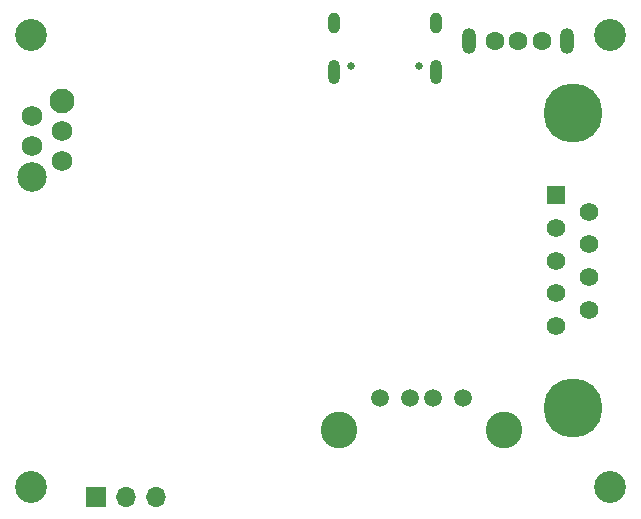
<source format=gbs>
G04 #@! TF.GenerationSoftware,KiCad,Pcbnew,7.0.8*
G04 #@! TF.CreationDate,2023-10-01T21:36:48-07:00*
G04 #@! TF.ProjectId,babelfish,62616265-6c66-4697-9368-2e6b69636164,REV1*
G04 #@! TF.SameCoordinates,Original*
G04 #@! TF.FileFunction,Soldermask,Bot*
G04 #@! TF.FilePolarity,Negative*
%FSLAX46Y46*%
G04 Gerber Fmt 4.6, Leading zero omitted, Abs format (unit mm)*
G04 Created by KiCad (PCBNEW 7.0.8) date 2023-10-01 21:36:48*
%MOMM*%
%LPD*%
G01*
G04 APERTURE LIST*
%ADD10R,1.700000X1.700000*%
%ADD11O,1.700000X1.700000*%
%ADD12C,2.700000*%
%ADD13C,0.649987*%
%ADD14O,1.000000X2.100000*%
%ADD15O,1.000000X1.800000*%
%ADD16C,2.100000*%
%ADD17C,2.500000*%
%ADD18C,1.750000*%
%ADD19O,1.599949X1.600000*%
%ADD20O,1.200000X2.200000*%
%ADD21C,1.500000*%
%ADD22C,3.100000*%
%ADD23R,1.574803X1.574803*%
%ADD24C,1.574803*%
%ADD25C,5.000000*%
G04 APERTURE END LIST*
D10*
X91260000Y-112100000D03*
D11*
X93800000Y-112100000D03*
X96340000Y-112100000D03*
D12*
X85750000Y-73000000D03*
D13*
X118605383Y-75669213D03*
X112815442Y-75669213D03*
D14*
X120025500Y-76169086D03*
X111385419Y-76169086D03*
D15*
X111385419Y-71989000D03*
X120025500Y-71989000D03*
D16*
X88340000Y-78570000D03*
D17*
X85800000Y-85040000D03*
D18*
X88340000Y-83710000D03*
X85800000Y-82440000D03*
X88340000Y-81170000D03*
X85800000Y-79900000D03*
D12*
X85750000Y-111250000D03*
D19*
X128999975Y-73542990D03*
X127000000Y-73543066D03*
X125000000Y-73543066D03*
D20*
X122849886Y-73543066D03*
X131150114Y-73543066D03*
D21*
X115300000Y-103740000D03*
X117800000Y-103740000D03*
X119800000Y-103740000D03*
X122300000Y-103740000D03*
D22*
X111800000Y-106450000D03*
X125800000Y-106450000D03*
D12*
X134750000Y-73000000D03*
X134750000Y-111250000D03*
D23*
X130160020Y-86600076D03*
D24*
X130160020Y-89360045D03*
X130160020Y-92120015D03*
X130160020Y-94879985D03*
X130160020Y-97639954D03*
X133000000Y-87980061D03*
X133000000Y-90740030D03*
X133000000Y-93500000D03*
X133000000Y-96259969D03*
D25*
X131579883Y-79619888D03*
X131579883Y-104619888D03*
M02*

</source>
